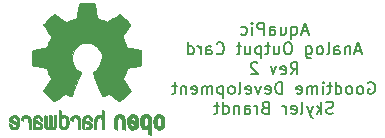
<source format=gbo>
G04 #@! TF.FileFunction,Legend,Bot*
%FSLAX46Y46*%
G04 Gerber Fmt 4.6, Leading zero omitted, Abs format (unit mm)*
G04 Created by KiCad (PCBNEW 4.0.7) date Sat Dec  2 17:24:25 2017*
%MOMM*%
%LPD*%
G01*
G04 APERTURE LIST*
%ADD10C,0.127000*%
%ADD11C,0.152400*%
%ADD12C,0.010000*%
%ADD13C,0.150000*%
G04 APERTURE END LIST*
D10*
D11*
X72656095Y28583467D02*
X72172286Y28583467D01*
X72752857Y28293181D02*
X72414190Y29309181D01*
X72075524Y28293181D01*
X71301429Y28970514D02*
X71301429Y27954514D01*
X71301429Y28341562D02*
X71398191Y28293181D01*
X71591714Y28293181D01*
X71688476Y28341562D01*
X71736857Y28389943D01*
X71785238Y28486705D01*
X71785238Y28776990D01*
X71736857Y28873752D01*
X71688476Y28922133D01*
X71591714Y28970514D01*
X71398191Y28970514D01*
X71301429Y28922133D01*
X70382191Y28970514D02*
X70382191Y28293181D01*
X70817619Y28970514D02*
X70817619Y28438324D01*
X70769238Y28341562D01*
X70672476Y28293181D01*
X70527334Y28293181D01*
X70430572Y28341562D01*
X70382191Y28389943D01*
X69462953Y28293181D02*
X69462953Y28825371D01*
X69511334Y28922133D01*
X69608096Y28970514D01*
X69801619Y28970514D01*
X69898381Y28922133D01*
X69462953Y28341562D02*
X69559715Y28293181D01*
X69801619Y28293181D01*
X69898381Y28341562D01*
X69946762Y28438324D01*
X69946762Y28535086D01*
X69898381Y28631848D01*
X69801619Y28680229D01*
X69559715Y28680229D01*
X69462953Y28728610D01*
X68979143Y28293181D02*
X68979143Y29309181D01*
X68592096Y29309181D01*
X68495334Y29260800D01*
X68446953Y29212419D01*
X68398572Y29115657D01*
X68398572Y28970514D01*
X68446953Y28873752D01*
X68495334Y28825371D01*
X68592096Y28776990D01*
X68979143Y28776990D01*
X67963143Y28293181D02*
X67963143Y28970514D01*
X67963143Y29309181D02*
X68011524Y29260800D01*
X67963143Y29212419D01*
X67914762Y29260800D01*
X67963143Y29309181D01*
X67963143Y29212419D01*
X67043905Y28341562D02*
X67140667Y28293181D01*
X67334190Y28293181D01*
X67430952Y28341562D01*
X67479333Y28389943D01*
X67527714Y28486705D01*
X67527714Y28776990D01*
X67479333Y28873752D01*
X67430952Y28922133D01*
X67334190Y28970514D01*
X67140667Y28970514D01*
X67043905Y28922133D01*
X77203903Y26907067D02*
X76720094Y26907067D01*
X77300665Y26616781D02*
X76961998Y27632781D01*
X76623332Y26616781D01*
X76284665Y27294114D02*
X76284665Y26616781D01*
X76284665Y27197352D02*
X76236284Y27245733D01*
X76139522Y27294114D01*
X75994380Y27294114D01*
X75897618Y27245733D01*
X75849237Y27148971D01*
X75849237Y26616781D01*
X74929999Y26616781D02*
X74929999Y27148971D01*
X74978380Y27245733D01*
X75075142Y27294114D01*
X75268665Y27294114D01*
X75365427Y27245733D01*
X74929999Y26665162D02*
X75026761Y26616781D01*
X75268665Y26616781D01*
X75365427Y26665162D01*
X75413808Y26761924D01*
X75413808Y26858686D01*
X75365427Y26955448D01*
X75268665Y27003829D01*
X75026761Y27003829D01*
X74929999Y27052210D01*
X74301046Y26616781D02*
X74397808Y26665162D01*
X74446189Y26761924D01*
X74446189Y27632781D01*
X73768856Y26616781D02*
X73865618Y26665162D01*
X73913999Y26713543D01*
X73962380Y26810305D01*
X73962380Y27100590D01*
X73913999Y27197352D01*
X73865618Y27245733D01*
X73768856Y27294114D01*
X73623714Y27294114D01*
X73526952Y27245733D01*
X73478571Y27197352D01*
X73430190Y27100590D01*
X73430190Y26810305D01*
X73478571Y26713543D01*
X73526952Y26665162D01*
X73623714Y26616781D01*
X73768856Y26616781D01*
X72559333Y27294114D02*
X72559333Y26471638D01*
X72607714Y26374876D01*
X72656095Y26326495D01*
X72752856Y26278114D01*
X72897999Y26278114D01*
X72994761Y26326495D01*
X72559333Y26665162D02*
X72656095Y26616781D01*
X72849618Y26616781D01*
X72946380Y26665162D01*
X72994761Y26713543D01*
X73043142Y26810305D01*
X73043142Y27100590D01*
X72994761Y27197352D01*
X72946380Y27245733D01*
X72849618Y27294114D01*
X72656095Y27294114D01*
X72559333Y27245733D01*
X71107904Y27632781D02*
X70914381Y27632781D01*
X70817619Y27584400D01*
X70720857Y27487638D01*
X70672476Y27294114D01*
X70672476Y26955448D01*
X70720857Y26761924D01*
X70817619Y26665162D01*
X70914381Y26616781D01*
X71107904Y26616781D01*
X71204666Y26665162D01*
X71301428Y26761924D01*
X71349809Y26955448D01*
X71349809Y27294114D01*
X71301428Y27487638D01*
X71204666Y27584400D01*
X71107904Y27632781D01*
X69801619Y27294114D02*
X69801619Y26616781D01*
X70237047Y27294114D02*
X70237047Y26761924D01*
X70188666Y26665162D01*
X70091904Y26616781D01*
X69946762Y26616781D01*
X69850000Y26665162D01*
X69801619Y26713543D01*
X69462952Y27294114D02*
X69075904Y27294114D01*
X69317809Y27632781D02*
X69317809Y26761924D01*
X69269428Y26665162D01*
X69172666Y26616781D01*
X69075904Y26616781D01*
X68737238Y27294114D02*
X68737238Y26278114D01*
X68737238Y27245733D02*
X68640476Y27294114D01*
X68446953Y27294114D01*
X68350191Y27245733D01*
X68301810Y27197352D01*
X68253429Y27100590D01*
X68253429Y26810305D01*
X68301810Y26713543D01*
X68350191Y26665162D01*
X68446953Y26616781D01*
X68640476Y26616781D01*
X68737238Y26665162D01*
X67382572Y27294114D02*
X67382572Y26616781D01*
X67818000Y27294114D02*
X67818000Y26761924D01*
X67769619Y26665162D01*
X67672857Y26616781D01*
X67527715Y26616781D01*
X67430953Y26665162D01*
X67382572Y26713543D01*
X67043905Y27294114D02*
X66656857Y27294114D01*
X66898762Y27632781D02*
X66898762Y26761924D01*
X66850381Y26665162D01*
X66753619Y26616781D01*
X66656857Y26616781D01*
X64963525Y26713543D02*
X65011906Y26665162D01*
X65157049Y26616781D01*
X65253811Y26616781D01*
X65398953Y26665162D01*
X65495715Y26761924D01*
X65544096Y26858686D01*
X65592477Y27052210D01*
X65592477Y27197352D01*
X65544096Y27390876D01*
X65495715Y27487638D01*
X65398953Y27584400D01*
X65253811Y27632781D01*
X65157049Y27632781D01*
X65011906Y27584400D01*
X64963525Y27536019D01*
X64092668Y26616781D02*
X64092668Y27148971D01*
X64141049Y27245733D01*
X64237811Y27294114D01*
X64431334Y27294114D01*
X64528096Y27245733D01*
X64092668Y26665162D02*
X64189430Y26616781D01*
X64431334Y26616781D01*
X64528096Y26665162D01*
X64576477Y26761924D01*
X64576477Y26858686D01*
X64528096Y26955448D01*
X64431334Y27003829D01*
X64189430Y27003829D01*
X64092668Y27052210D01*
X63608858Y26616781D02*
X63608858Y27294114D01*
X63608858Y27100590D02*
X63560477Y27197352D01*
X63512096Y27245733D01*
X63415334Y27294114D01*
X63318573Y27294114D01*
X62544478Y26616781D02*
X62544478Y27632781D01*
X62544478Y26665162D02*
X62641240Y26616781D01*
X62834763Y26616781D01*
X62931525Y26665162D01*
X62979906Y26713543D01*
X63028287Y26810305D01*
X63028287Y27100590D01*
X62979906Y27197352D01*
X62931525Y27245733D01*
X62834763Y27294114D01*
X62641240Y27294114D01*
X62544478Y27245733D01*
X71228857Y24940381D02*
X71567523Y25424190D01*
X71809428Y24940381D02*
X71809428Y25956381D01*
X71422381Y25956381D01*
X71325619Y25908000D01*
X71277238Y25859619D01*
X71228857Y25762857D01*
X71228857Y25617714D01*
X71277238Y25520952D01*
X71325619Y25472571D01*
X71422381Y25424190D01*
X71809428Y25424190D01*
X70406381Y24988762D02*
X70503143Y24940381D01*
X70696666Y24940381D01*
X70793428Y24988762D01*
X70841809Y25085524D01*
X70841809Y25472571D01*
X70793428Y25569333D01*
X70696666Y25617714D01*
X70503143Y25617714D01*
X70406381Y25569333D01*
X70358000Y25472571D01*
X70358000Y25375810D01*
X70841809Y25279048D01*
X70019333Y25617714D02*
X69777428Y24940381D01*
X69535524Y25617714D01*
X68422762Y25859619D02*
X68374381Y25908000D01*
X68277619Y25956381D01*
X68035715Y25956381D01*
X67938953Y25908000D01*
X67890572Y25859619D01*
X67842191Y25762857D01*
X67842191Y25666095D01*
X67890572Y25520952D01*
X68471143Y24940381D01*
X67842191Y24940381D01*
X77808666Y24231600D02*
X77905428Y24279981D01*
X78050571Y24279981D01*
X78195713Y24231600D01*
X78292475Y24134838D01*
X78340856Y24038076D01*
X78389237Y23844552D01*
X78389237Y23699410D01*
X78340856Y23505886D01*
X78292475Y23409124D01*
X78195713Y23312362D01*
X78050571Y23263981D01*
X77953809Y23263981D01*
X77808666Y23312362D01*
X77760285Y23360743D01*
X77760285Y23699410D01*
X77953809Y23699410D01*
X77179713Y23263981D02*
X77276475Y23312362D01*
X77324856Y23360743D01*
X77373237Y23457505D01*
X77373237Y23747790D01*
X77324856Y23844552D01*
X77276475Y23892933D01*
X77179713Y23941314D01*
X77034571Y23941314D01*
X76937809Y23892933D01*
X76889428Y23844552D01*
X76841047Y23747790D01*
X76841047Y23457505D01*
X76889428Y23360743D01*
X76937809Y23312362D01*
X77034571Y23263981D01*
X77179713Y23263981D01*
X76260475Y23263981D02*
X76357237Y23312362D01*
X76405618Y23360743D01*
X76453999Y23457505D01*
X76453999Y23747790D01*
X76405618Y23844552D01*
X76357237Y23892933D01*
X76260475Y23941314D01*
X76115333Y23941314D01*
X76018571Y23892933D01*
X75970190Y23844552D01*
X75921809Y23747790D01*
X75921809Y23457505D01*
X75970190Y23360743D01*
X76018571Y23312362D01*
X76115333Y23263981D01*
X76260475Y23263981D01*
X75050952Y23263981D02*
X75050952Y24279981D01*
X75050952Y23312362D02*
X75147714Y23263981D01*
X75341237Y23263981D01*
X75437999Y23312362D01*
X75486380Y23360743D01*
X75534761Y23457505D01*
X75534761Y23747790D01*
X75486380Y23844552D01*
X75437999Y23892933D01*
X75341237Y23941314D01*
X75147714Y23941314D01*
X75050952Y23892933D01*
X74712285Y23941314D02*
X74325237Y23941314D01*
X74567142Y24279981D02*
X74567142Y23409124D01*
X74518761Y23312362D01*
X74421999Y23263981D01*
X74325237Y23263981D01*
X73986571Y23263981D02*
X73986571Y23941314D01*
X73986571Y24279981D02*
X74034952Y24231600D01*
X73986571Y24183219D01*
X73938190Y24231600D01*
X73986571Y24279981D01*
X73986571Y24183219D01*
X73502761Y23263981D02*
X73502761Y23941314D01*
X73502761Y23844552D02*
X73454380Y23892933D01*
X73357618Y23941314D01*
X73212476Y23941314D01*
X73115714Y23892933D01*
X73067333Y23796171D01*
X73067333Y23263981D01*
X73067333Y23796171D02*
X73018952Y23892933D01*
X72922190Y23941314D01*
X72777047Y23941314D01*
X72680285Y23892933D01*
X72631904Y23796171D01*
X72631904Y23263981D01*
X71761047Y23312362D02*
X71857809Y23263981D01*
X72051332Y23263981D01*
X72148094Y23312362D01*
X72196475Y23409124D01*
X72196475Y23796171D01*
X72148094Y23892933D01*
X72051332Y23941314D01*
X71857809Y23941314D01*
X71761047Y23892933D01*
X71712666Y23796171D01*
X71712666Y23699410D01*
X72196475Y23602648D01*
X70503142Y23263981D02*
X70503142Y24279981D01*
X70261237Y24279981D01*
X70116095Y24231600D01*
X70019333Y24134838D01*
X69970952Y24038076D01*
X69922571Y23844552D01*
X69922571Y23699410D01*
X69970952Y23505886D01*
X70019333Y23409124D01*
X70116095Y23312362D01*
X70261237Y23263981D01*
X70503142Y23263981D01*
X69100095Y23312362D02*
X69196857Y23263981D01*
X69390380Y23263981D01*
X69487142Y23312362D01*
X69535523Y23409124D01*
X69535523Y23796171D01*
X69487142Y23892933D01*
X69390380Y23941314D01*
X69196857Y23941314D01*
X69100095Y23892933D01*
X69051714Y23796171D01*
X69051714Y23699410D01*
X69535523Y23602648D01*
X68713047Y23941314D02*
X68471142Y23263981D01*
X68229238Y23941314D01*
X67455143Y23312362D02*
X67551905Y23263981D01*
X67745428Y23263981D01*
X67842190Y23312362D01*
X67890571Y23409124D01*
X67890571Y23796171D01*
X67842190Y23892933D01*
X67745428Y23941314D01*
X67551905Y23941314D01*
X67455143Y23892933D01*
X67406762Y23796171D01*
X67406762Y23699410D01*
X67890571Y23602648D01*
X66826190Y23263981D02*
X66922952Y23312362D01*
X66971333Y23409124D01*
X66971333Y24279981D01*
X66294000Y23263981D02*
X66390762Y23312362D01*
X66439143Y23360743D01*
X66487524Y23457505D01*
X66487524Y23747790D01*
X66439143Y23844552D01*
X66390762Y23892933D01*
X66294000Y23941314D01*
X66148858Y23941314D01*
X66052096Y23892933D01*
X66003715Y23844552D01*
X65955334Y23747790D01*
X65955334Y23457505D01*
X66003715Y23360743D01*
X66052096Y23312362D01*
X66148858Y23263981D01*
X66294000Y23263981D01*
X65519905Y23941314D02*
X65519905Y22925314D01*
X65519905Y23892933D02*
X65423143Y23941314D01*
X65229620Y23941314D01*
X65132858Y23892933D01*
X65084477Y23844552D01*
X65036096Y23747790D01*
X65036096Y23457505D01*
X65084477Y23360743D01*
X65132858Y23312362D01*
X65229620Y23263981D01*
X65423143Y23263981D01*
X65519905Y23312362D01*
X64600667Y23263981D02*
X64600667Y23941314D01*
X64600667Y23844552D02*
X64552286Y23892933D01*
X64455524Y23941314D01*
X64310382Y23941314D01*
X64213620Y23892933D01*
X64165239Y23796171D01*
X64165239Y23263981D01*
X64165239Y23796171D02*
X64116858Y23892933D01*
X64020096Y23941314D01*
X63874953Y23941314D01*
X63778191Y23892933D01*
X63729810Y23796171D01*
X63729810Y23263981D01*
X62858953Y23312362D02*
X62955715Y23263981D01*
X63149238Y23263981D01*
X63246000Y23312362D01*
X63294381Y23409124D01*
X63294381Y23796171D01*
X63246000Y23892933D01*
X63149238Y23941314D01*
X62955715Y23941314D01*
X62858953Y23892933D01*
X62810572Y23796171D01*
X62810572Y23699410D01*
X63294381Y23602648D01*
X62375143Y23941314D02*
X62375143Y23263981D01*
X62375143Y23844552D02*
X62326762Y23892933D01*
X62230000Y23941314D01*
X62084858Y23941314D01*
X61988096Y23892933D01*
X61939715Y23796171D01*
X61939715Y23263981D01*
X61601048Y23941314D02*
X61214000Y23941314D01*
X61455905Y24279981D02*
X61455905Y23409124D01*
X61407524Y23312362D01*
X61310762Y23263981D01*
X61214000Y23263981D01*
X74833236Y21635962D02*
X74688093Y21587581D01*
X74446189Y21587581D01*
X74349427Y21635962D01*
X74301046Y21684343D01*
X74252665Y21781105D01*
X74252665Y21877867D01*
X74301046Y21974629D01*
X74349427Y22023010D01*
X74446189Y22071390D01*
X74639712Y22119771D01*
X74736474Y22168152D01*
X74784855Y22216533D01*
X74833236Y22313295D01*
X74833236Y22410057D01*
X74784855Y22506819D01*
X74736474Y22555200D01*
X74639712Y22603581D01*
X74397808Y22603581D01*
X74252665Y22555200D01*
X73817236Y21587581D02*
X73817236Y22603581D01*
X73720474Y21974629D02*
X73430189Y21587581D01*
X73430189Y22264914D02*
X73817236Y21877867D01*
X73091522Y22264914D02*
X72849617Y21587581D01*
X72607713Y22264914D02*
X72849617Y21587581D01*
X72946379Y21345676D01*
X72994760Y21297295D01*
X73091522Y21248914D01*
X72075522Y21587581D02*
X72172284Y21635962D01*
X72220665Y21732724D01*
X72220665Y22603581D01*
X71301428Y21635962D02*
X71398190Y21587581D01*
X71591713Y21587581D01*
X71688475Y21635962D01*
X71736856Y21732724D01*
X71736856Y22119771D01*
X71688475Y22216533D01*
X71591713Y22264914D01*
X71398190Y22264914D01*
X71301428Y22216533D01*
X71253047Y22119771D01*
X71253047Y22023010D01*
X71736856Y21926248D01*
X70817618Y21587581D02*
X70817618Y22264914D01*
X70817618Y22071390D02*
X70769237Y22168152D01*
X70720856Y22216533D01*
X70624094Y22264914D01*
X70527333Y22264914D01*
X69075905Y22119771D02*
X68930762Y22071390D01*
X68882381Y22023010D01*
X68834000Y21926248D01*
X68834000Y21781105D01*
X68882381Y21684343D01*
X68930762Y21635962D01*
X69027524Y21587581D01*
X69414571Y21587581D01*
X69414571Y22603581D01*
X69075905Y22603581D01*
X68979143Y22555200D01*
X68930762Y22506819D01*
X68882381Y22410057D01*
X68882381Y22313295D01*
X68930762Y22216533D01*
X68979143Y22168152D01*
X69075905Y22119771D01*
X69414571Y22119771D01*
X68398571Y21587581D02*
X68398571Y22264914D01*
X68398571Y22071390D02*
X68350190Y22168152D01*
X68301809Y22216533D01*
X68205047Y22264914D01*
X68108286Y22264914D01*
X67334191Y21587581D02*
X67334191Y22119771D01*
X67382572Y22216533D01*
X67479334Y22264914D01*
X67672857Y22264914D01*
X67769619Y22216533D01*
X67334191Y21635962D02*
X67430953Y21587581D01*
X67672857Y21587581D01*
X67769619Y21635962D01*
X67818000Y21732724D01*
X67818000Y21829486D01*
X67769619Y21926248D01*
X67672857Y21974629D01*
X67430953Y21974629D01*
X67334191Y22023010D01*
X66850381Y22264914D02*
X66850381Y21587581D01*
X66850381Y22168152D02*
X66802000Y22216533D01*
X66705238Y22264914D01*
X66560096Y22264914D01*
X66463334Y22216533D01*
X66414953Y22119771D01*
X66414953Y21587581D01*
X65495715Y21587581D02*
X65495715Y22603581D01*
X65495715Y21635962D02*
X65592477Y21587581D01*
X65786000Y21587581D01*
X65882762Y21635962D01*
X65931143Y21684343D01*
X65979524Y21781105D01*
X65979524Y22071390D01*
X65931143Y22168152D01*
X65882762Y22216533D01*
X65786000Y22264914D01*
X65592477Y22264914D01*
X65495715Y22216533D01*
X65157048Y22264914D02*
X64770000Y22264914D01*
X65011905Y22603581D02*
X65011905Y21732724D01*
X64963524Y21635962D01*
X64866762Y21587581D01*
X64770000Y21587581D01*
D12*
G36*
X58803100Y21538097D02*
X58691550Y21482478D01*
X58593092Y21380069D01*
X58565977Y21342136D01*
X58536438Y21292500D01*
X58517272Y21238588D01*
X58506307Y21166636D01*
X58501371Y21062878D01*
X58500287Y20925899D01*
X58505182Y20738185D01*
X58522196Y20597242D01*
X58554823Y20492092D01*
X58606558Y20411757D01*
X58680896Y20345259D01*
X58686358Y20341322D01*
X58759620Y20301047D01*
X58847840Y20281120D01*
X58960038Y20276207D01*
X59142433Y20276207D01*
X59142509Y20099143D01*
X59144207Y20000530D01*
X59154550Y19942686D01*
X59181578Y19907994D01*
X59233332Y19878836D01*
X59245761Y19872879D01*
X59303923Y19844961D01*
X59348956Y19827328D01*
X59382441Y19825806D01*
X59405962Y19846219D01*
X59421100Y19894393D01*
X59429437Y19976154D01*
X59432556Y20097328D01*
X59432040Y20263740D01*
X59429471Y20481215D01*
X59428668Y20546264D01*
X59425778Y20770498D01*
X59423188Y20917179D01*
X59142586Y20917179D01*
X59141009Y20792674D01*
X59134000Y20711213D01*
X59118142Y20657485D01*
X59090019Y20616177D01*
X59070925Y20596029D01*
X58992865Y20537079D01*
X58923753Y20532280D01*
X58852440Y20580962D01*
X58850632Y20582759D01*
X58821617Y20620382D01*
X58803967Y20671516D01*
X58795064Y20750262D01*
X58792291Y20870724D01*
X58792241Y20897412D01*
X58798942Y21063417D01*
X58820752Y21178495D01*
X58860235Y21248746D01*
X58919956Y21280271D01*
X58954472Y21283448D01*
X59036389Y21268540D01*
X59092579Y21219452D01*
X59126402Y21129638D01*
X59141220Y20992555D01*
X59142586Y20917179D01*
X59423188Y20917179D01*
X59422713Y20944048D01*
X59418753Y21074618D01*
X59413174Y21169913D01*
X59405254Y21237636D01*
X59394269Y21285493D01*
X59379499Y21321187D01*
X59360218Y21352422D01*
X59351951Y21364176D01*
X59242288Y21475203D01*
X59103635Y21538153D01*
X58943246Y21555703D01*
X58803100Y21538097D01*
X58803100Y21538097D01*
G37*
X58803100Y21538097D02*
X58691550Y21482478D01*
X58593092Y21380069D01*
X58565977Y21342136D01*
X58536438Y21292500D01*
X58517272Y21238588D01*
X58506307Y21166636D01*
X58501371Y21062878D01*
X58500287Y20925899D01*
X58505182Y20738185D01*
X58522196Y20597242D01*
X58554823Y20492092D01*
X58606558Y20411757D01*
X58680896Y20345259D01*
X58686358Y20341322D01*
X58759620Y20301047D01*
X58847840Y20281120D01*
X58960038Y20276207D01*
X59142433Y20276207D01*
X59142509Y20099143D01*
X59144207Y20000530D01*
X59154550Y19942686D01*
X59181578Y19907994D01*
X59233332Y19878836D01*
X59245761Y19872879D01*
X59303923Y19844961D01*
X59348956Y19827328D01*
X59382441Y19825806D01*
X59405962Y19846219D01*
X59421100Y19894393D01*
X59429437Y19976154D01*
X59432556Y20097328D01*
X59432040Y20263740D01*
X59429471Y20481215D01*
X59428668Y20546264D01*
X59425778Y20770498D01*
X59423188Y20917179D01*
X59142586Y20917179D01*
X59141009Y20792674D01*
X59134000Y20711213D01*
X59118142Y20657485D01*
X59090019Y20616177D01*
X59070925Y20596029D01*
X58992865Y20537079D01*
X58923753Y20532280D01*
X58852440Y20580962D01*
X58850632Y20582759D01*
X58821617Y20620382D01*
X58803967Y20671516D01*
X58795064Y20750262D01*
X58792291Y20870724D01*
X58792241Y20897412D01*
X58798942Y21063417D01*
X58820752Y21178495D01*
X58860235Y21248746D01*
X58919956Y21280271D01*
X58954472Y21283448D01*
X59036389Y21268540D01*
X59092579Y21219452D01*
X59126402Y21129638D01*
X59141220Y20992555D01*
X59142586Y20917179D01*
X59423188Y20917179D01*
X59422713Y20944048D01*
X59418753Y21074618D01*
X59413174Y21169913D01*
X59405254Y21237636D01*
X59394269Y21285493D01*
X59379499Y21321187D01*
X59360218Y21352422D01*
X59351951Y21364176D01*
X59242288Y21475203D01*
X59103635Y21538153D01*
X58943246Y21555703D01*
X58803100Y21538097D01*
G36*
X56557571Y21522281D02*
X56463877Y21468086D01*
X56398736Y21414293D01*
X56351093Y21357934D01*
X56318272Y21289013D01*
X56297594Y21197532D01*
X56286380Y21073494D01*
X56281951Y20906902D01*
X56281437Y20787149D01*
X56281437Y20346341D01*
X56405517Y20290717D01*
X56529598Y20235093D01*
X56544195Y20717905D01*
X56550227Y20898221D01*
X56556555Y21029099D01*
X56564394Y21119489D01*
X56574963Y21178336D01*
X56589477Y21214587D01*
X56609152Y21237190D01*
X56615465Y21242083D01*
X56711112Y21280294D01*
X56807793Y21265173D01*
X56865345Y21225057D01*
X56888755Y21196630D01*
X56904961Y21159328D01*
X56915259Y21102777D01*
X56920951Y21016606D01*
X56923336Y20890442D01*
X56923736Y20758958D01*
X56923814Y20594001D01*
X56926639Y20477239D01*
X56936093Y20398490D01*
X56956060Y20347569D01*
X56990424Y20314294D01*
X57043068Y20288480D01*
X57113383Y20261656D01*
X57190180Y20232458D01*
X57181038Y20750654D01*
X57177357Y20937461D01*
X57173050Y21075510D01*
X57166877Y21174432D01*
X57157598Y21243855D01*
X57143973Y21293410D01*
X57124761Y21332727D01*
X57101598Y21367416D01*
X56989848Y21478230D01*
X56853487Y21542311D01*
X56705175Y21557661D01*
X56557571Y21522281D01*
X56557571Y21522281D01*
G37*
X56557571Y21522281D02*
X56463877Y21468086D01*
X56398736Y21414293D01*
X56351093Y21357934D01*
X56318272Y21289013D01*
X56297594Y21197532D01*
X56286380Y21073494D01*
X56281951Y20906902D01*
X56281437Y20787149D01*
X56281437Y20346341D01*
X56405517Y20290717D01*
X56529598Y20235093D01*
X56544195Y20717905D01*
X56550227Y20898221D01*
X56556555Y21029099D01*
X56564394Y21119489D01*
X56574963Y21178336D01*
X56589477Y21214587D01*
X56609152Y21237190D01*
X56615465Y21242083D01*
X56711112Y21280294D01*
X56807793Y21265173D01*
X56865345Y21225057D01*
X56888755Y21196630D01*
X56904961Y21159328D01*
X56915259Y21102777D01*
X56920951Y21016606D01*
X56923336Y20890442D01*
X56923736Y20758958D01*
X56923814Y20594001D01*
X56926639Y20477239D01*
X56936093Y20398490D01*
X56956060Y20347569D01*
X56990424Y20314294D01*
X57043068Y20288480D01*
X57113383Y20261656D01*
X57190180Y20232458D01*
X57181038Y20750654D01*
X57177357Y20937461D01*
X57173050Y21075510D01*
X57166877Y21174432D01*
X57157598Y21243855D01*
X57143973Y21293410D01*
X57124761Y21332727D01*
X57101598Y21367416D01*
X56989848Y21478230D01*
X56853487Y21542311D01*
X56705175Y21557661D01*
X56557571Y21522281D01*
G36*
X59926779Y21533985D02*
X59789939Y21462032D01*
X59688949Y21346234D01*
X59653075Y21271787D01*
X59625161Y21160008D01*
X59610871Y21018773D01*
X59609516Y20864629D01*
X59620405Y20714121D01*
X59642847Y20583795D01*
X59676150Y20490197D01*
X59686385Y20474078D01*
X59807618Y20353751D01*
X59951613Y20281683D01*
X60107861Y20260592D01*
X60265852Y20293198D01*
X60309820Y20312747D01*
X60395444Y20372988D01*
X60470592Y20452865D01*
X60477694Y20462996D01*
X60506561Y20511819D01*
X60525643Y20564010D01*
X60536916Y20632715D01*
X60542355Y20731082D01*
X60543938Y20872256D01*
X60543965Y20903908D01*
X60543893Y20913981D01*
X60252011Y20913981D01*
X60250313Y20780744D01*
X60243628Y20692326D01*
X60229575Y20635215D01*
X60205771Y20595898D01*
X60193621Y20582759D01*
X60123764Y20532828D01*
X60055941Y20535105D01*
X59987365Y20578416D01*
X59946465Y20624654D01*
X59922242Y20692143D01*
X59908639Y20798567D01*
X59907706Y20810980D01*
X59905384Y21003853D01*
X59929650Y21147100D01*
X59980176Y21239840D01*
X60056632Y21281193D01*
X60083924Y21283448D01*
X60155589Y21272107D01*
X60204610Y21232816D01*
X60234582Y21157674D01*
X60249101Y21038778D01*
X60252011Y20913981D01*
X60543893Y20913981D01*
X60542878Y21054341D01*
X60538312Y21159451D01*
X60528312Y21232286D01*
X60510921Y21285892D01*
X60484184Y21333319D01*
X60478276Y21342136D01*
X60378968Y21460993D01*
X60270758Y21529992D01*
X60139019Y21557381D01*
X60094283Y21558719D01*
X59926779Y21533985D01*
X59926779Y21533985D01*
G37*
X59926779Y21533985D02*
X59789939Y21462032D01*
X59688949Y21346234D01*
X59653075Y21271787D01*
X59625161Y21160008D01*
X59610871Y21018773D01*
X59609516Y20864629D01*
X59620405Y20714121D01*
X59642847Y20583795D01*
X59676150Y20490197D01*
X59686385Y20474078D01*
X59807618Y20353751D01*
X59951613Y20281683D01*
X60107861Y20260592D01*
X60265852Y20293198D01*
X60309820Y20312747D01*
X60395444Y20372988D01*
X60470592Y20452865D01*
X60477694Y20462996D01*
X60506561Y20511819D01*
X60525643Y20564010D01*
X60536916Y20632715D01*
X60542355Y20731082D01*
X60543938Y20872256D01*
X60543965Y20903908D01*
X60543893Y20913981D01*
X60252011Y20913981D01*
X60250313Y20780744D01*
X60243628Y20692326D01*
X60229575Y20635215D01*
X60205771Y20595898D01*
X60193621Y20582759D01*
X60123764Y20532828D01*
X60055941Y20535105D01*
X59987365Y20578416D01*
X59946465Y20624654D01*
X59922242Y20692143D01*
X59908639Y20798567D01*
X59907706Y20810980D01*
X59905384Y21003853D01*
X59929650Y21147100D01*
X59980176Y21239840D01*
X60056632Y21281193D01*
X60083924Y21283448D01*
X60155589Y21272107D01*
X60204610Y21232816D01*
X60234582Y21157674D01*
X60249101Y21038778D01*
X60252011Y20913981D01*
X60543893Y20913981D01*
X60542878Y21054341D01*
X60538312Y21159451D01*
X60528312Y21232286D01*
X60510921Y21285892D01*
X60484184Y21333319D01*
X60478276Y21342136D01*
X60378968Y21460993D01*
X60270758Y21529992D01*
X60139019Y21557381D01*
X60094283Y21558719D01*
X59926779Y21533985D01*
G36*
X57659448Y21515324D02*
X57544342Y21437889D01*
X57455389Y21326051D01*
X57402251Y21183735D01*
X57391503Y21078985D01*
X57392724Y21035274D01*
X57402944Y21001806D01*
X57431039Y20971821D01*
X57485884Y20938560D01*
X57576355Y20895262D01*
X57711328Y20835167D01*
X57712011Y20834866D01*
X57836249Y20777963D01*
X57938127Y20727435D01*
X58007233Y20688720D01*
X58033154Y20667260D01*
X58033161Y20667087D01*
X58010315Y20620356D01*
X57956891Y20568846D01*
X57895558Y20531739D01*
X57864485Y20524368D01*
X57779711Y20549862D01*
X57706707Y20613709D01*
X57671087Y20683906D01*
X57636820Y20735657D01*
X57569697Y20794591D01*
X57490792Y20845504D01*
X57421179Y20873191D01*
X57406623Y20874713D01*
X57390237Y20849679D01*
X57389250Y20785689D01*
X57401292Y20699407D01*
X57423993Y20607499D01*
X57454986Y20526631D01*
X57456552Y20523491D01*
X57549819Y20393266D01*
X57670696Y20304689D01*
X57807973Y20261214D01*
X57950440Y20266294D01*
X58086888Y20323384D01*
X58092955Y20327398D01*
X58200290Y20424674D01*
X58270868Y20551591D01*
X58309926Y20718474D01*
X58315168Y20765361D01*
X58324452Y20986671D01*
X58313322Y21089876D01*
X58033161Y21089876D01*
X58029521Y21025497D01*
X58009611Y21006709D01*
X57959974Y21020765D01*
X57881733Y21053991D01*
X57794274Y21095641D01*
X57792101Y21096744D01*
X57717970Y21135735D01*
X57688219Y21161756D01*
X57695555Y21189035D01*
X57726447Y21224879D01*
X57805040Y21276749D01*
X57889677Y21280561D01*
X57965597Y21242811D01*
X58018035Y21169999D01*
X58033161Y21089876D01*
X58313322Y21089876D01*
X58305356Y21163739D01*
X58256366Y21304171D01*
X58188164Y21402553D01*
X58065065Y21501970D01*
X57929472Y21551289D01*
X57791045Y21554432D01*
X57659448Y21515324D01*
X57659448Y21515324D01*
G37*
X57659448Y21515324D02*
X57544342Y21437889D01*
X57455389Y21326051D01*
X57402251Y21183735D01*
X57391503Y21078985D01*
X57392724Y21035274D01*
X57402944Y21001806D01*
X57431039Y20971821D01*
X57485884Y20938560D01*
X57576355Y20895262D01*
X57711328Y20835167D01*
X57712011Y20834866D01*
X57836249Y20777963D01*
X57938127Y20727435D01*
X58007233Y20688720D01*
X58033154Y20667260D01*
X58033161Y20667087D01*
X58010315Y20620356D01*
X57956891Y20568846D01*
X57895558Y20531739D01*
X57864485Y20524368D01*
X57779711Y20549862D01*
X57706707Y20613709D01*
X57671087Y20683906D01*
X57636820Y20735657D01*
X57569697Y20794591D01*
X57490792Y20845504D01*
X57421179Y20873191D01*
X57406623Y20874713D01*
X57390237Y20849679D01*
X57389250Y20785689D01*
X57401292Y20699407D01*
X57423993Y20607499D01*
X57454986Y20526631D01*
X57456552Y20523491D01*
X57549819Y20393266D01*
X57670696Y20304689D01*
X57807973Y20261214D01*
X57950440Y20266294D01*
X58086888Y20323384D01*
X58092955Y20327398D01*
X58200290Y20424674D01*
X58270868Y20551591D01*
X58309926Y20718474D01*
X58315168Y20765361D01*
X58324452Y20986671D01*
X58313322Y21089876D01*
X58033161Y21089876D01*
X58029521Y21025497D01*
X58009611Y21006709D01*
X57959974Y21020765D01*
X57881733Y21053991D01*
X57794274Y21095641D01*
X57792101Y21096744D01*
X57717970Y21135735D01*
X57688219Y21161756D01*
X57695555Y21189035D01*
X57726447Y21224879D01*
X57805040Y21276749D01*
X57889677Y21280561D01*
X57965597Y21242811D01*
X58018035Y21169999D01*
X58033161Y21089876D01*
X58313322Y21089876D01*
X58305356Y21163739D01*
X58256366Y21304171D01*
X58188164Y21402553D01*
X58065065Y21501970D01*
X57929472Y21551289D01*
X57791045Y21554432D01*
X57659448Y21515324D01*
G36*
X55230402Y21676143D02*
X55221846Y21556812D01*
X55212019Y21486494D01*
X55198401Y21455821D01*
X55178473Y21455429D01*
X55172011Y21459090D01*
X55086060Y21485602D01*
X54974255Y21484054D01*
X54860586Y21456801D01*
X54789490Y21421545D01*
X54716595Y21365222D01*
X54663307Y21301481D01*
X54626725Y21220490D01*
X54603950Y21112414D01*
X54592081Y20967420D01*
X54588218Y20775674D01*
X54588149Y20738891D01*
X54588103Y20325712D01*
X54680046Y20293661D01*
X54745348Y20271856D01*
X54781176Y20261703D01*
X54782230Y20261609D01*
X54785758Y20289140D01*
X54788761Y20365077D01*
X54791010Y20479435D01*
X54792276Y20622231D01*
X54792471Y20709049D01*
X54792877Y20880227D01*
X54794968Y21002912D01*
X54800053Y21087000D01*
X54809440Y21142386D01*
X54824439Y21178968D01*
X54846358Y21206641D01*
X54860043Y21219968D01*
X54954051Y21273672D01*
X55056636Y21277693D01*
X55149710Y21232275D01*
X55166922Y21215877D01*
X55192168Y21185043D01*
X55209680Y21148469D01*
X55220858Y21095585D01*
X55227104Y21015823D01*
X55229818Y20898615D01*
X55230402Y20737009D01*
X55230402Y20325712D01*
X55322345Y20293661D01*
X55387647Y20271856D01*
X55423475Y20261703D01*
X55424529Y20261609D01*
X55427225Y20289552D01*
X55429655Y20368370D01*
X55431722Y20490547D01*
X55433329Y20648568D01*
X55434377Y20834917D01*
X55434769Y21042080D01*
X55434770Y21051294D01*
X55434770Y21840980D01*
X55339885Y21881003D01*
X55245000Y21921027D01*
X55230402Y21676143D01*
X55230402Y21676143D01*
G37*
X55230402Y21676143D02*
X55221846Y21556812D01*
X55212019Y21486494D01*
X55198401Y21455821D01*
X55178473Y21455429D01*
X55172011Y21459090D01*
X55086060Y21485602D01*
X54974255Y21484054D01*
X54860586Y21456801D01*
X54789490Y21421545D01*
X54716595Y21365222D01*
X54663307Y21301481D01*
X54626725Y21220490D01*
X54603950Y21112414D01*
X54592081Y20967420D01*
X54588218Y20775674D01*
X54588149Y20738891D01*
X54588103Y20325712D01*
X54680046Y20293661D01*
X54745348Y20271856D01*
X54781176Y20261703D01*
X54782230Y20261609D01*
X54785758Y20289140D01*
X54788761Y20365077D01*
X54791010Y20479435D01*
X54792276Y20622231D01*
X54792471Y20709049D01*
X54792877Y20880227D01*
X54794968Y21002912D01*
X54800053Y21087000D01*
X54809440Y21142386D01*
X54824439Y21178968D01*
X54846358Y21206641D01*
X54860043Y21219968D01*
X54954051Y21273672D01*
X55056636Y21277693D01*
X55149710Y21232275D01*
X55166922Y21215877D01*
X55192168Y21185043D01*
X55209680Y21148469D01*
X55220858Y21095585D01*
X55227104Y21015823D01*
X55229818Y20898615D01*
X55230402Y20737009D01*
X55230402Y20325712D01*
X55322345Y20293661D01*
X55387647Y20271856D01*
X55423475Y20261703D01*
X55424529Y20261609D01*
X55427225Y20289552D01*
X55429655Y20368370D01*
X55431722Y20490547D01*
X55433329Y20648568D01*
X55434377Y20834917D01*
X55434769Y21042080D01*
X55434770Y21051294D01*
X55434770Y21840980D01*
X55339885Y21881003D01*
X55245000Y21921027D01*
X55230402Y21676143D01*
G36*
X53895056Y21475640D02*
X53780657Y21433158D01*
X53779348Y21432342D01*
X53708597Y21380270D01*
X53656364Y21319416D01*
X53619629Y21240113D01*
X53595366Y21132691D01*
X53580555Y20987483D01*
X53572171Y20794821D01*
X53571436Y20767372D01*
X53560880Y20353479D01*
X53649709Y20307544D01*
X53713982Y20276502D01*
X53752790Y20261794D01*
X53754585Y20261609D01*
X53761300Y20288750D01*
X53766635Y20361959D01*
X53769917Y20468919D01*
X53770632Y20555531D01*
X53770649Y20695838D01*
X53777063Y20783949D01*
X53799420Y20825975D01*
X53847268Y20828025D01*
X53930151Y20796210D01*
X54055287Y20737728D01*
X54147303Y20689155D01*
X54194629Y20647014D01*
X54208542Y20601084D01*
X54208563Y20598811D01*
X54185605Y20519689D01*
X54117630Y20476945D01*
X54013602Y20470754D01*
X53938670Y20471828D01*
X53899161Y20450247D01*
X53874522Y20398409D01*
X53860341Y20332368D01*
X53880777Y20294896D01*
X53888472Y20289533D01*
X53960917Y20267994D01*
X54062367Y20264945D01*
X54166843Y20279222D01*
X54240875Y20305312D01*
X54343228Y20392215D01*
X54401409Y20513184D01*
X54412931Y20607692D01*
X54404138Y20692938D01*
X54372320Y20762524D01*
X54309316Y20824328D01*
X54206969Y20886228D01*
X54057118Y20956103D01*
X54047988Y20960052D01*
X53913003Y21022412D01*
X53829706Y21073554D01*
X53794003Y21119512D01*
X53801797Y21166317D01*
X53848993Y21220002D01*
X53863106Y21232356D01*
X53957641Y21280259D01*
X54055594Y21278242D01*
X54140903Y21231276D01*
X54197504Y21144331D01*
X54202763Y21127266D01*
X54253977Y21044496D01*
X54318963Y21004628D01*
X54412931Y20965118D01*
X54412931Y21067342D01*
X54384347Y21215928D01*
X54299505Y21352216D01*
X54255355Y21397809D01*
X54154995Y21456326D01*
X54027365Y21482816D01*
X53895056Y21475640D01*
X53895056Y21475640D01*
G37*
X53895056Y21475640D02*
X53780657Y21433158D01*
X53779348Y21432342D01*
X53708597Y21380270D01*
X53656364Y21319416D01*
X53619629Y21240113D01*
X53595366Y21132691D01*
X53580555Y20987483D01*
X53572171Y20794821D01*
X53571436Y20767372D01*
X53560880Y20353479D01*
X53649709Y20307544D01*
X53713982Y20276502D01*
X53752790Y20261794D01*
X53754585Y20261609D01*
X53761300Y20288750D01*
X53766635Y20361959D01*
X53769917Y20468919D01*
X53770632Y20555531D01*
X53770649Y20695838D01*
X53777063Y20783949D01*
X53799420Y20825975D01*
X53847268Y20828025D01*
X53930151Y20796210D01*
X54055287Y20737728D01*
X54147303Y20689155D01*
X54194629Y20647014D01*
X54208542Y20601084D01*
X54208563Y20598811D01*
X54185605Y20519689D01*
X54117630Y20476945D01*
X54013602Y20470754D01*
X53938670Y20471828D01*
X53899161Y20450247D01*
X53874522Y20398409D01*
X53860341Y20332368D01*
X53880777Y20294896D01*
X53888472Y20289533D01*
X53960917Y20267994D01*
X54062367Y20264945D01*
X54166843Y20279222D01*
X54240875Y20305312D01*
X54343228Y20392215D01*
X54401409Y20513184D01*
X54412931Y20607692D01*
X54404138Y20692938D01*
X54372320Y20762524D01*
X54309316Y20824328D01*
X54206969Y20886228D01*
X54057118Y20956103D01*
X54047988Y20960052D01*
X53913003Y21022412D01*
X53829706Y21073554D01*
X53794003Y21119512D01*
X53801797Y21166317D01*
X53848993Y21220002D01*
X53863106Y21232356D01*
X53957641Y21280259D01*
X54055594Y21278242D01*
X54140903Y21231276D01*
X54197504Y21144331D01*
X54202763Y21127266D01*
X54253977Y21044496D01*
X54318963Y21004628D01*
X54412931Y20965118D01*
X54412931Y21067342D01*
X54384347Y21215928D01*
X54299505Y21352216D01*
X54255355Y21397809D01*
X54154995Y21456326D01*
X54027365Y21482816D01*
X53895056Y21475640D01*
G36*
X52909057Y21478080D02*
X52776435Y21429141D01*
X52668990Y21342581D01*
X52626968Y21281648D01*
X52581157Y21169839D01*
X52582109Y21088994D01*
X52630192Y21034622D01*
X52647983Y21025376D01*
X52724796Y20996550D01*
X52764024Y21003935D01*
X52777311Y21052342D01*
X52777988Y21079080D01*
X52802314Y21177452D01*
X52865719Y21246266D01*
X52953846Y21279502D01*
X53052337Y21271139D01*
X53132398Y21227704D01*
X53159439Y21202928D01*
X53178606Y21172871D01*
X53191554Y21127435D01*
X53199936Y21056524D01*
X53205407Y20950040D01*
X53209622Y20797888D01*
X53210713Y20749713D01*
X53214693Y20584905D01*
X53219219Y20468912D01*
X53226005Y20392167D01*
X53236769Y20345107D01*
X53253227Y20318165D01*
X53277094Y20301777D01*
X53292374Y20294537D01*
X53357267Y20269780D01*
X53395466Y20261609D01*
X53408088Y20288897D01*
X53415792Y20371397D01*
X53418620Y20510059D01*
X53416614Y20705838D01*
X53415989Y20736035D01*
X53411579Y20914651D01*
X53406365Y21045077D01*
X53398945Y21137508D01*
X53387918Y21202142D01*
X53371883Y21249175D01*
X53349439Y21288804D01*
X53337698Y21305785D01*
X53270381Y21380920D01*
X53195090Y21439362D01*
X53185872Y21444464D01*
X53050867Y21484740D01*
X52909057Y21478080D01*
X52909057Y21478080D01*
G37*
X52909057Y21478080D02*
X52776435Y21429141D01*
X52668990Y21342581D01*
X52626968Y21281648D01*
X52581157Y21169839D01*
X52582109Y21088994D01*
X52630192Y21034622D01*
X52647983Y21025376D01*
X52724796Y20996550D01*
X52764024Y21003935D01*
X52777311Y21052342D01*
X52777988Y21079080D01*
X52802314Y21177452D01*
X52865719Y21246266D01*
X52953846Y21279502D01*
X53052337Y21271139D01*
X53132398Y21227704D01*
X53159439Y21202928D01*
X53178606Y21172871D01*
X53191554Y21127435D01*
X53199936Y21056524D01*
X53205407Y20950040D01*
X53209622Y20797888D01*
X53210713Y20749713D01*
X53214693Y20584905D01*
X53219219Y20468912D01*
X53226005Y20392167D01*
X53236769Y20345107D01*
X53253227Y20318165D01*
X53277094Y20301777D01*
X53292374Y20294537D01*
X53357267Y20269780D01*
X53395466Y20261609D01*
X53408088Y20288897D01*
X53415792Y20371397D01*
X53418620Y20510059D01*
X53416614Y20705838D01*
X53415989Y20736035D01*
X53411579Y20914651D01*
X53406365Y21045077D01*
X53398945Y21137508D01*
X53387918Y21202142D01*
X53371883Y21249175D01*
X53349439Y21288804D01*
X53337698Y21305785D01*
X53270381Y21380920D01*
X53195090Y21439362D01*
X53185872Y21444464D01*
X53050867Y21484740D01*
X52909057Y21478080D01*
G36*
X51581086Y21245545D02*
X51581457Y21027339D01*
X51582892Y20859481D01*
X51585998Y20733930D01*
X51591378Y20642645D01*
X51599638Y20577585D01*
X51611384Y20530709D01*
X51627219Y20493976D01*
X51639210Y20473009D01*
X51738510Y20359306D01*
X51864412Y20288035D01*
X52003709Y20262462D01*
X52143195Y20285850D01*
X52226257Y20327881D01*
X52313455Y20400589D01*
X52372883Y20489388D01*
X52408739Y20605680D01*
X52425219Y20760865D01*
X52427553Y20874713D01*
X52427239Y20882894D01*
X52223276Y20882894D01*
X52222030Y20752343D01*
X52216322Y20665920D01*
X52203196Y20609382D01*
X52179694Y20568486D01*
X52151614Y20537638D01*
X52057312Y20478095D01*
X51956060Y20473008D01*
X51860364Y20522721D01*
X51852916Y20529457D01*
X51821126Y20564498D01*
X51801192Y20606189D01*
X51790400Y20668238D01*
X51786035Y20764356D01*
X51785345Y20870621D01*
X51786841Y21004120D01*
X51793036Y21093178D01*
X51806486Y21151707D01*
X51829749Y21193618D01*
X51848825Y21215877D01*
X51937437Y21272015D01*
X52039492Y21278765D01*
X52136905Y21235886D01*
X52155704Y21219968D01*
X52187707Y21184618D01*
X52207682Y21142498D01*
X52218407Y21079749D01*
X52222661Y20982513D01*
X52223276Y20882894D01*
X52427239Y20882894D01*
X52420496Y21058053D01*
X52396528Y21195805D01*
X52351452Y21299368D01*
X52281072Y21380144D01*
X52226257Y21421545D01*
X52126624Y21466272D01*
X52011145Y21487033D01*
X51903801Y21481475D01*
X51843736Y21459057D01*
X51820165Y21452677D01*
X51804523Y21476465D01*
X51793605Y21540212D01*
X51785345Y21637313D01*
X51776301Y21745459D01*
X51763739Y21810525D01*
X51740881Y21847732D01*
X51700949Y21872301D01*
X51675862Y21883181D01*
X51580977Y21922928D01*
X51581086Y21245545D01*
X51581086Y21245545D01*
G37*
X51581086Y21245545D02*
X51581457Y21027339D01*
X51582892Y20859481D01*
X51585998Y20733930D01*
X51591378Y20642645D01*
X51599638Y20577585D01*
X51611384Y20530709D01*
X51627219Y20493976D01*
X51639210Y20473009D01*
X51738510Y20359306D01*
X51864412Y20288035D01*
X52003709Y20262462D01*
X52143195Y20285850D01*
X52226257Y20327881D01*
X52313455Y20400589D01*
X52372883Y20489388D01*
X52408739Y20605680D01*
X52425219Y20760865D01*
X52427553Y20874713D01*
X52427239Y20882894D01*
X52223276Y20882894D01*
X52222030Y20752343D01*
X52216322Y20665920D01*
X52203196Y20609382D01*
X52179694Y20568486D01*
X52151614Y20537638D01*
X52057312Y20478095D01*
X51956060Y20473008D01*
X51860364Y20522721D01*
X51852916Y20529457D01*
X51821126Y20564498D01*
X51801192Y20606189D01*
X51790400Y20668238D01*
X51786035Y20764356D01*
X51785345Y20870621D01*
X51786841Y21004120D01*
X51793036Y21093178D01*
X51806486Y21151707D01*
X51829749Y21193618D01*
X51848825Y21215877D01*
X51937437Y21272015D01*
X52039492Y21278765D01*
X52136905Y21235886D01*
X52155704Y21219968D01*
X52187707Y21184618D01*
X52207682Y21142498D01*
X52218407Y21079749D01*
X52222661Y20982513D01*
X52223276Y20882894D01*
X52427239Y20882894D01*
X52420496Y21058053D01*
X52396528Y21195805D01*
X52351452Y21299368D01*
X52281072Y21380144D01*
X52226257Y21421545D01*
X52126624Y21466272D01*
X52011145Y21487033D01*
X51903801Y21481475D01*
X51843736Y21459057D01*
X51820165Y21452677D01*
X51804523Y21476465D01*
X51793605Y21540212D01*
X51785345Y21637313D01*
X51776301Y21745459D01*
X51763739Y21810525D01*
X51740881Y21847732D01*
X51700949Y21872301D01*
X51675862Y21883181D01*
X51580977Y21922928D01*
X51581086Y21245545D01*
G36*
X50394876Y21460160D02*
X50390421Y21383347D01*
X50386929Y21266609D01*
X50384685Y21119179D01*
X50383965Y20964545D01*
X50383965Y20441273D01*
X50476355Y20348883D01*
X50540022Y20291953D01*
X50595911Y20268893D01*
X50672298Y20270353D01*
X50702620Y20274066D01*
X50797390Y20284874D01*
X50875778Y20291067D01*
X50894885Y20291639D01*
X50959301Y20287898D01*
X51051429Y20278506D01*
X51087150Y20274066D01*
X51174886Y20267199D01*
X51233847Y20282115D01*
X51292310Y20328165D01*
X51313415Y20348883D01*
X51405805Y20441273D01*
X51405805Y21420053D01*
X51331442Y21453934D01*
X51267410Y21479030D01*
X51229948Y21487816D01*
X51220343Y21460050D01*
X51211365Y21382470D01*
X51203614Y21263652D01*
X51197686Y21112172D01*
X51194827Y20984195D01*
X51186839Y20480575D01*
X51117152Y20470722D01*
X51053771Y20477611D01*
X51022714Y20499917D01*
X51014033Y20541621D01*
X51006622Y20630456D01*
X51001069Y20755166D01*
X50997964Y20904493D01*
X50997516Y20981339D01*
X50997069Y21423713D01*
X50905126Y21455765D01*
X50840051Y21477557D01*
X50804653Y21487719D01*
X50803632Y21487816D01*
X50800080Y21460191D01*
X50796177Y21383589D01*
X50792249Y21267421D01*
X50788624Y21121096D01*
X50786092Y20984195D01*
X50778103Y20480575D01*
X50602931Y20480575D01*
X50594893Y20940035D01*
X50586854Y21399495D01*
X50501457Y21443656D01*
X50438407Y21473981D01*
X50401090Y21487742D01*
X50400013Y21487816D01*
X50394876Y21460160D01*
X50394876Y21460160D01*
G37*
X50394876Y21460160D02*
X50390421Y21383347D01*
X50386929Y21266609D01*
X50384685Y21119179D01*
X50383965Y20964545D01*
X50383965Y20441273D01*
X50476355Y20348883D01*
X50540022Y20291953D01*
X50595911Y20268893D01*
X50672298Y20270353D01*
X50702620Y20274066D01*
X50797390Y20284874D01*
X50875778Y20291067D01*
X50894885Y20291639D01*
X50959301Y20287898D01*
X51051429Y20278506D01*
X51087150Y20274066D01*
X51174886Y20267199D01*
X51233847Y20282115D01*
X51292310Y20328165D01*
X51313415Y20348883D01*
X51405805Y20441273D01*
X51405805Y21420053D01*
X51331442Y21453934D01*
X51267410Y21479030D01*
X51229948Y21487816D01*
X51220343Y21460050D01*
X51211365Y21382470D01*
X51203614Y21263652D01*
X51197686Y21112172D01*
X51194827Y20984195D01*
X51186839Y20480575D01*
X51117152Y20470722D01*
X51053771Y20477611D01*
X51022714Y20499917D01*
X51014033Y20541621D01*
X51006622Y20630456D01*
X51001069Y20755166D01*
X50997964Y20904493D01*
X50997516Y20981339D01*
X50997069Y21423713D01*
X50905126Y21455765D01*
X50840051Y21477557D01*
X50804653Y21487719D01*
X50803632Y21487816D01*
X50800080Y21460191D01*
X50796177Y21383589D01*
X50792249Y21267421D01*
X50788624Y21121096D01*
X50786092Y20984195D01*
X50778103Y20480575D01*
X50602931Y20480575D01*
X50594893Y20940035D01*
X50586854Y21399495D01*
X50501457Y21443656D01*
X50438407Y21473981D01*
X50401090Y21487742D01*
X50400013Y21487816D01*
X50394876Y21460160D01*
G36*
X49660594Y21464844D02*
X49576531Y21426607D01*
X49510550Y21380274D01*
X49462206Y21328468D01*
X49428828Y21261637D01*
X49407747Y21170231D01*
X49396293Y21044699D01*
X49391797Y20875492D01*
X49391322Y20764067D01*
X49391322Y20329373D01*
X49465684Y20295491D01*
X49524254Y20270728D01*
X49553270Y20261609D01*
X49558821Y20288743D01*
X49563225Y20361906D01*
X49565922Y20468737D01*
X49566494Y20553563D01*
X49568954Y20676113D01*
X49575588Y20773332D01*
X49585274Y20832866D01*
X49592968Y20845517D01*
X49644689Y20832598D01*
X49725883Y20799461D01*
X49819898Y20754539D01*
X49910083Y20706265D01*
X49979785Y20663072D01*
X50012352Y20633392D01*
X50012481Y20633071D01*
X50009680Y20578143D01*
X49984561Y20525708D01*
X49940459Y20483119D01*
X49876091Y20468874D01*
X49821079Y20470534D01*
X49743165Y20471755D01*
X49702268Y20453502D01*
X49677705Y20405274D01*
X49674608Y20396180D01*
X49663960Y20327402D01*
X49692435Y20285640D01*
X49766656Y20265737D01*
X49846832Y20262056D01*
X49991110Y20289342D01*
X50065797Y20328310D01*
X50158037Y20419852D01*
X50206957Y20532218D01*
X50211346Y20650949D01*
X50169999Y20761589D01*
X50107803Y20830920D01*
X50045706Y20869735D01*
X49948105Y20918875D01*
X49834368Y20968708D01*
X49815410Y20976323D01*
X49690479Y21031455D01*
X49618461Y21080046D01*
X49595300Y21128353D01*
X49616936Y21182630D01*
X49654080Y21225057D01*
X49741873Y21277298D01*
X49838470Y21281216D01*
X49927056Y21240959D01*
X49990814Y21160674D01*
X49999183Y21139960D01*
X50047904Y21063775D01*
X50119035Y21007215D01*
X50208793Y20960799D01*
X50208793Y21092416D01*
X50203510Y21172832D01*
X50180858Y21236214D01*
X50130633Y21303837D01*
X50082418Y21355924D01*
X50007446Y21429678D01*
X49949194Y21469298D01*
X49886628Y21485190D01*
X49815807Y21487816D01*
X49660594Y21464844D01*
X49660594Y21464844D01*
G37*
X49660594Y21464844D02*
X49576531Y21426607D01*
X49510550Y21380274D01*
X49462206Y21328468D01*
X49428828Y21261637D01*
X49407747Y21170231D01*
X49396293Y21044699D01*
X49391797Y20875492D01*
X49391322Y20764067D01*
X49391322Y20329373D01*
X49465684Y20295491D01*
X49524254Y20270728D01*
X49553270Y20261609D01*
X49558821Y20288743D01*
X49563225Y20361906D01*
X49565922Y20468737D01*
X49566494Y20553563D01*
X49568954Y20676113D01*
X49575588Y20773332D01*
X49585274Y20832866D01*
X49592968Y20845517D01*
X49644689Y20832598D01*
X49725883Y20799461D01*
X49819898Y20754539D01*
X49910083Y20706265D01*
X49979785Y20663072D01*
X50012352Y20633392D01*
X50012481Y20633071D01*
X50009680Y20578143D01*
X49984561Y20525708D01*
X49940459Y20483119D01*
X49876091Y20468874D01*
X49821079Y20470534D01*
X49743165Y20471755D01*
X49702268Y20453502D01*
X49677705Y20405274D01*
X49674608Y20396180D01*
X49663960Y20327402D01*
X49692435Y20285640D01*
X49766656Y20265737D01*
X49846832Y20262056D01*
X49991110Y20289342D01*
X50065797Y20328310D01*
X50158037Y20419852D01*
X50206957Y20532218D01*
X50211346Y20650949D01*
X50169999Y20761589D01*
X50107803Y20830920D01*
X50045706Y20869735D01*
X49948105Y20918875D01*
X49834368Y20968708D01*
X49815410Y20976323D01*
X49690479Y21031455D01*
X49618461Y21080046D01*
X49595300Y21128353D01*
X49616936Y21182630D01*
X49654080Y21225057D01*
X49741873Y21277298D01*
X49838470Y21281216D01*
X49927056Y21240959D01*
X49990814Y21160674D01*
X49999183Y21139960D01*
X50047904Y21063775D01*
X50119035Y21007215D01*
X50208793Y20960799D01*
X50208793Y21092416D01*
X50203510Y21172832D01*
X50180858Y21236214D01*
X50130633Y21303837D01*
X50082418Y21355924D01*
X50007446Y21429678D01*
X49949194Y21469298D01*
X49886628Y21485190D01*
X49815807Y21487816D01*
X49660594Y21464844D01*
G36*
X48639310Y21459982D02*
X48604415Y21444731D01*
X48521123Y21378765D01*
X48449897Y21283382D01*
X48405847Y21181594D01*
X48398678Y21131413D01*
X48422715Y21061353D01*
X48475439Y21024283D01*
X48531969Y21001836D01*
X48557854Y20997700D01*
X48570458Y21027717D01*
X48595346Y21093039D01*
X48606265Y21122555D01*
X48667492Y21224652D01*
X48756139Y21275577D01*
X48869807Y21274011D01*
X48878226Y21272006D01*
X48938912Y21243233D01*
X48983526Y21187141D01*
X49013998Y21096837D01*
X49032256Y20965429D01*
X49040229Y20786026D01*
X49040977Y20690567D01*
X49041348Y20540087D01*
X49043777Y20437505D01*
X49050240Y20372328D01*
X49062712Y20334062D01*
X49083167Y20312215D01*
X49113581Y20296293D01*
X49115339Y20295491D01*
X49173909Y20270728D01*
X49202925Y20261609D01*
X49207384Y20289178D01*
X49211201Y20365380D01*
X49214101Y20480459D01*
X49215809Y20624659D01*
X49216149Y20730186D01*
X49214412Y20934387D01*
X49207618Y21089303D01*
X49193393Y21203976D01*
X49169362Y21287449D01*
X49133152Y21348764D01*
X49082388Y21396966D01*
X49032261Y21430607D01*
X48911725Y21475381D01*
X48771443Y21485479D01*
X48639310Y21459982D01*
X48639310Y21459982D01*
G37*
X48639310Y21459982D02*
X48604415Y21444731D01*
X48521123Y21378765D01*
X48449897Y21283382D01*
X48405847Y21181594D01*
X48398678Y21131413D01*
X48422715Y21061353D01*
X48475439Y21024283D01*
X48531969Y21001836D01*
X48557854Y20997700D01*
X48570458Y21027717D01*
X48595346Y21093039D01*
X48606265Y21122555D01*
X48667492Y21224652D01*
X48756139Y21275577D01*
X48869807Y21274011D01*
X48878226Y21272006D01*
X48938912Y21243233D01*
X48983526Y21187141D01*
X49013998Y21096837D01*
X49032256Y20965429D01*
X49040229Y20786026D01*
X49040977Y20690567D01*
X49041348Y20540087D01*
X49043777Y20437505D01*
X49050240Y20372328D01*
X49062712Y20334062D01*
X49083167Y20312215D01*
X49113581Y20296293D01*
X49115339Y20295491D01*
X49173909Y20270728D01*
X49202925Y20261609D01*
X49207384Y20289178D01*
X49211201Y20365380D01*
X49214101Y20480459D01*
X49215809Y20624659D01*
X49216149Y20730186D01*
X49214412Y20934387D01*
X49207618Y21089303D01*
X49193393Y21203976D01*
X49169362Y21287449D01*
X49133152Y21348764D01*
X49082388Y21396966D01*
X49032261Y21430607D01*
X48911725Y21475381D01*
X48771443Y21485479D01*
X48639310Y21459982D01*
G36*
X47631561Y21443460D02*
X47516050Y21367966D01*
X47460336Y21300383D01*
X47416196Y21177745D01*
X47412691Y21080702D01*
X47420632Y20950944D01*
X47719885Y20819961D01*
X47865389Y20753042D01*
X47960463Y20699210D01*
X48009899Y20652584D01*
X48018489Y20607280D01*
X47991028Y20557418D01*
X47960747Y20524368D01*
X47872637Y20471367D01*
X47776804Y20467653D01*
X47688788Y20508959D01*
X47624131Y20591017D01*
X47612567Y20619992D01*
X47557175Y20710491D01*
X47493447Y20749060D01*
X47406034Y20782054D01*
X47406034Y20656966D01*
X47413762Y20571844D01*
X47444034Y20500062D01*
X47507482Y20417644D01*
X47516912Y20406934D01*
X47587487Y20333609D01*
X47648153Y20294258D01*
X47724050Y20276155D01*
X47786970Y20270226D01*
X47899513Y20268749D01*
X47979630Y20287465D01*
X48029610Y20315253D01*
X48108162Y20376359D01*
X48162537Y20442446D01*
X48196948Y20525559D01*
X48215612Y20637746D01*
X48222744Y20791054D01*
X48223313Y20868864D01*
X48221378Y20962147D01*
X48045101Y20962147D01*
X48043056Y20912104D01*
X48037961Y20903908D01*
X48004334Y20915042D01*
X47931970Y20944507D01*
X47835253Y20986399D01*
X47815027Y20995403D01*
X47692797Y21057558D01*
X47625453Y21112185D01*
X47610652Y21163351D01*
X47646053Y21215124D01*
X47675289Y21238000D01*
X47780784Y21283750D01*
X47879524Y21276192D01*
X47962188Y21220349D01*
X48019452Y21121247D01*
X48037812Y21042586D01*
X48045101Y20962147D01*
X48221378Y20962147D01*
X48219541Y21050649D01*
X48205641Y21185147D01*
X48178106Y21283084D01*
X48133428Y21355189D01*
X48068099Y21412187D01*
X48039617Y21430607D01*
X47910237Y21478578D01*
X47768588Y21481597D01*
X47631561Y21443460D01*
X47631561Y21443460D01*
G37*
X47631561Y21443460D02*
X47516050Y21367966D01*
X47460336Y21300383D01*
X47416196Y21177745D01*
X47412691Y21080702D01*
X47420632Y20950944D01*
X47719885Y20819961D01*
X47865389Y20753042D01*
X47960463Y20699210D01*
X48009899Y20652584D01*
X48018489Y20607280D01*
X47991028Y20557418D01*
X47960747Y20524368D01*
X47872637Y20471367D01*
X47776804Y20467653D01*
X47688788Y20508959D01*
X47624131Y20591017D01*
X47612567Y20619992D01*
X47557175Y20710491D01*
X47493447Y20749060D01*
X47406034Y20782054D01*
X47406034Y20656966D01*
X47413762Y20571844D01*
X47444034Y20500062D01*
X47507482Y20417644D01*
X47516912Y20406934D01*
X47587487Y20333609D01*
X47648153Y20294258D01*
X47724050Y20276155D01*
X47786970Y20270226D01*
X47899513Y20268749D01*
X47979630Y20287465D01*
X48029610Y20315253D01*
X48108162Y20376359D01*
X48162537Y20442446D01*
X48196948Y20525559D01*
X48215612Y20637746D01*
X48222744Y20791054D01*
X48223313Y20868864D01*
X48221378Y20962147D01*
X48045101Y20962147D01*
X48043056Y20912104D01*
X48037961Y20903908D01*
X48004334Y20915042D01*
X47931970Y20944507D01*
X47835253Y20986399D01*
X47815027Y20995403D01*
X47692797Y21057558D01*
X47625453Y21112185D01*
X47610652Y21163351D01*
X47646053Y21215124D01*
X47675289Y21238000D01*
X47780784Y21283750D01*
X47879524Y21276192D01*
X47962188Y21220349D01*
X48019452Y21121247D01*
X48037812Y21042586D01*
X48045101Y20962147D01*
X48221378Y20962147D01*
X48219541Y21050649D01*
X48205641Y21185147D01*
X48178106Y21283084D01*
X48133428Y21355189D01*
X48068099Y21412187D01*
X48039617Y21430607D01*
X47910237Y21478578D01*
X47768588Y21481597D01*
X47631561Y21443460D01*
G36*
X53765986Y30947002D02*
X53607994Y30946137D01*
X53493653Y30943795D01*
X53415593Y30939238D01*
X53366446Y30931730D01*
X53338841Y30920534D01*
X53325408Y30904912D01*
X53318779Y30884127D01*
X53318135Y30881437D01*
X53308065Y30832887D01*
X53289425Y30737095D01*
X53264155Y30604257D01*
X53234193Y30444569D01*
X53201478Y30268226D01*
X53200336Y30262033D01*
X53167567Y30089218D01*
X53136907Y29936531D01*
X53110336Y29813129D01*
X53089833Y29728169D01*
X53077374Y29690810D01*
X53076780Y29690148D01*
X53040081Y29671905D01*
X52964414Y29641503D01*
X52866122Y29605507D01*
X52865575Y29605315D01*
X52741767Y29558778D01*
X52595804Y29499496D01*
X52458219Y29439891D01*
X52451707Y29436944D01*
X52227610Y29335235D01*
X51731381Y29674103D01*
X51579154Y29777408D01*
X51441259Y29869763D01*
X51325685Y29945916D01*
X51240421Y30000615D01*
X51193456Y30028607D01*
X51188996Y30030683D01*
X51154866Y30021440D01*
X51091119Y29976844D01*
X50995269Y29894791D01*
X50864831Y29773179D01*
X50731672Y29643795D01*
X50603306Y29516298D01*
X50488419Y29399954D01*
X50393927Y29301948D01*
X50326747Y29229464D01*
X50293794Y29189687D01*
X50292568Y29187639D01*
X50288926Y29160344D01*
X50302650Y29115766D01*
X50337131Y29047888D01*
X50395761Y28950689D01*
X50481930Y28818149D01*
X50596800Y28647524D01*
X50698746Y28497345D01*
X50789877Y28362650D01*
X50864927Y28251260D01*
X50918631Y28170995D01*
X50945720Y28129675D01*
X50947426Y28126870D01*
X50944118Y28087279D01*
X50919047Y28010331D01*
X50877202Y27910568D01*
X50862288Y27878709D01*
X50797214Y27736774D01*
X50727788Y27575727D01*
X50671391Y27436379D01*
X50630753Y27332956D01*
X50598474Y27254358D01*
X50579822Y27213280D01*
X50577503Y27210115D01*
X50543197Y27204872D01*
X50462331Y27190506D01*
X50345657Y27169063D01*
X50203925Y27142587D01*
X50047890Y27113123D01*
X49888302Y27082717D01*
X49735915Y27053412D01*
X49601479Y27027255D01*
X49495748Y27006290D01*
X49429474Y26992561D01*
X49413218Y26988680D01*
X49396427Y26979100D01*
X49383751Y26957464D01*
X49374622Y26916469D01*
X49368469Y26848811D01*
X49364720Y26747188D01*
X49362808Y26604297D01*
X49362160Y26412835D01*
X49362126Y26334355D01*
X49362126Y25696094D01*
X49515402Y25665840D01*
X49600678Y25649436D01*
X49727930Y25625491D01*
X49881685Y25596893D01*
X50046466Y25566533D01*
X50092011Y25558194D01*
X50244068Y25528630D01*
X50376532Y25499558D01*
X50478286Y25473671D01*
X50538212Y25453663D01*
X50548195Y25447699D01*
X50572707Y25405466D01*
X50607852Y25323630D01*
X50646827Y25218317D01*
X50654558Y25195632D01*
X50705640Y25054982D01*
X50769046Y24896286D01*
X50831096Y24753775D01*
X50831402Y24753114D01*
X50934733Y24529560D01*
X50255039Y23529768D01*
X50691379Y23092700D01*
X50823351Y22962619D01*
X50943721Y22847952D01*
X51045727Y22754819D01*
X51122609Y22689342D01*
X51167607Y22657643D01*
X51174062Y22655632D01*
X51211960Y22671471D01*
X51289292Y22715504D01*
X51397611Y22782510D01*
X51528468Y22867266D01*
X51669948Y22962184D01*
X51813539Y23059002D01*
X51941565Y23143249D01*
X52045895Y23209742D01*
X52118400Y23253298D01*
X52150842Y23268736D01*
X52190424Y23255672D01*
X52265481Y23221250D01*
X52360532Y23172620D01*
X52370608Y23167215D01*
X52498609Y23103020D01*
X52586382Y23071537D01*
X52640972Y23071202D01*
X52669425Y23100452D01*
X52669590Y23100862D01*
X52683812Y23135502D01*
X52717731Y23217731D01*
X52768716Y23341186D01*
X52834138Y23499502D01*
X52911366Y23686314D01*
X52997771Y23895258D01*
X53081449Y24097554D01*
X53173412Y24320800D01*
X53257850Y24527608D01*
X53332231Y24711638D01*
X53394026Y24866549D01*
X53440703Y24986004D01*
X53469732Y25063661D01*
X53478678Y25092644D01*
X53456244Y25125890D01*
X53397561Y25178877D01*
X53319311Y25237296D01*
X53096466Y25422048D01*
X52922282Y25633818D01*
X52798846Y25868144D01*
X52728246Y26120566D01*
X52712569Y26386623D01*
X52723964Y26509425D01*
X52786050Y26764207D01*
X52892977Y26989199D01*
X53038111Y27182183D01*
X53214822Y27340939D01*
X53416478Y27463250D01*
X53636446Y27546895D01*
X53868094Y27589656D01*
X54104791Y27589313D01*
X54339905Y27543648D01*
X54566804Y27450441D01*
X54778856Y27307473D01*
X54867364Y27226617D01*
X55037111Y27018993D01*
X55155301Y26792105D01*
X55222722Y26552567D01*
X55240160Y26306993D01*
X55208402Y26061997D01*
X55128235Y25824192D01*
X55000445Y25600193D01*
X54825820Y25396613D01*
X54630688Y25237296D01*
X54549409Y25176398D01*
X54491991Y25123985D01*
X54471322Y25092594D01*
X54482144Y25058361D01*
X54512923Y24976581D01*
X54561126Y24853593D01*
X54624222Y24695737D01*
X54699678Y24509351D01*
X54784962Y24300774D01*
X54868781Y24097504D01*
X54961255Y23874067D01*
X55046911Y23667016D01*
X55123118Y23482714D01*
X55187247Y23327525D01*
X55236668Y23207812D01*
X55268752Y23129939D01*
X55280641Y23100862D01*
X55308726Y23071323D01*
X55363051Y23071409D01*
X55450605Y23102674D01*
X55578381Y23166671D01*
X55579392Y23167215D01*
X55675598Y23216879D01*
X55753369Y23253055D01*
X55797223Y23268592D01*
X55799158Y23268736D01*
X55832171Y23252976D01*
X55905054Y23209150D01*
X56009678Y23142443D01*
X56137910Y23058036D01*
X56280052Y22962184D01*
X56424767Y22865133D01*
X56555196Y22780730D01*
X56662890Y22714199D01*
X56739402Y22670762D01*
X56775938Y22655632D01*
X56809582Y22675518D01*
X56877224Y22731097D01*
X56972107Y22816246D01*
X57087470Y22924847D01*
X57216555Y23050779D01*
X57258771Y23092851D01*
X57695261Y23530069D01*
X57363023Y24017660D01*
X57262054Y24167395D01*
X57173438Y24301780D01*
X57102146Y24413031D01*
X57053150Y24493361D01*
X57031422Y24534986D01*
X57030785Y24537947D01*
X57042240Y24577182D01*
X57073051Y24656105D01*
X57117884Y24761491D01*
X57149353Y24832046D01*
X57208192Y24967124D01*
X57263604Y25103591D01*
X57306564Y25218897D01*
X57318234Y25254023D01*
X57351389Y25347826D01*
X57383799Y25420306D01*
X57401601Y25447699D01*
X57440886Y25464464D01*
X57526626Y25488230D01*
X57647697Y25516303D01*
X57792973Y25545991D01*
X57857988Y25558194D01*
X58023087Y25588532D01*
X58181448Y25617907D01*
X58317596Y25643431D01*
X58416057Y25662215D01*
X58434598Y25665840D01*
X58587873Y25696094D01*
X58587873Y26334355D01*
X58587529Y26544230D01*
X58586116Y26703020D01*
X58583064Y26818027D01*
X58577803Y26896554D01*
X58569763Y26945904D01*
X58558373Y26973381D01*
X58543063Y26986287D01*
X58536782Y26988680D01*
X58498896Y26997167D01*
X58415195Y27014100D01*
X58296433Y27037434D01*
X58153361Y27065125D01*
X57996732Y27095127D01*
X57837297Y27125396D01*
X57685809Y27153885D01*
X57553019Y27178551D01*
X57449681Y27197349D01*
X57386545Y27208233D01*
X57372497Y27210115D01*
X57359770Y27235296D01*
X57331600Y27302378D01*
X57293252Y27398667D01*
X57278609Y27436379D01*
X57219548Y27582079D01*
X57150000Y27743049D01*
X57087712Y27878709D01*
X57041879Y27982439D01*
X57011387Y28067674D01*
X57001208Y28119874D01*
X57002831Y28126870D01*
X57024343Y28159898D01*
X57073465Y28233357D01*
X57144923Y28339423D01*
X57233445Y28470274D01*
X57333759Y28618088D01*
X57353594Y28647266D01*
X57469988Y28820137D01*
X57555548Y28951774D01*
X57613684Y29048239D01*
X57647808Y29115592D01*
X57661331Y29159894D01*
X57657664Y29187206D01*
X57657570Y29187380D01*
X57628707Y29223254D01*
X57564867Y29292609D01*
X57472969Y29388255D01*
X57359933Y29503001D01*
X57232679Y29629659D01*
X57218328Y29643795D01*
X57057957Y29799097D01*
X56934195Y29913130D01*
X56844555Y29987998D01*
X56786552Y30025804D01*
X56761004Y30030683D01*
X56723718Y30009397D01*
X56646343Y29960227D01*
X56536867Y29888425D01*
X56403280Y29799245D01*
X56253570Y29697937D01*
X56218618Y29674103D01*
X55722390Y29335235D01*
X55498293Y29436944D01*
X55362011Y29496217D01*
X55215724Y29555830D01*
X55089965Y29603360D01*
X55084425Y29605315D01*
X54986057Y29641323D01*
X54910229Y29671771D01*
X54873282Y29690095D01*
X54873220Y29690148D01*
X54861496Y29723271D01*
X54841568Y29804733D01*
X54815413Y29925375D01*
X54785010Y30076041D01*
X54752337Y30247572D01*
X54749664Y30262033D01*
X54716890Y30438765D01*
X54686802Y30599190D01*
X54661339Y30733112D01*
X54642441Y30830337D01*
X54632047Y30880668D01*
X54631865Y30881437D01*
X54625539Y30902847D01*
X54613239Y30919012D01*
X54587594Y30930669D01*
X54541235Y30938555D01*
X54466792Y30943407D01*
X54356895Y30945961D01*
X54204175Y30946955D01*
X54001262Y30947126D01*
X53975000Y30947126D01*
X53765986Y30947002D01*
X53765986Y30947002D01*
G37*
X53765986Y30947002D02*
X53607994Y30946137D01*
X53493653Y30943795D01*
X53415593Y30939238D01*
X53366446Y30931730D01*
X53338841Y30920534D01*
X53325408Y30904912D01*
X53318779Y30884127D01*
X53318135Y30881437D01*
X53308065Y30832887D01*
X53289425Y30737095D01*
X53264155Y30604257D01*
X53234193Y30444569D01*
X53201478Y30268226D01*
X53200336Y30262033D01*
X53167567Y30089218D01*
X53136907Y29936531D01*
X53110336Y29813129D01*
X53089833Y29728169D01*
X53077374Y29690810D01*
X53076780Y29690148D01*
X53040081Y29671905D01*
X52964414Y29641503D01*
X52866122Y29605507D01*
X52865575Y29605315D01*
X52741767Y29558778D01*
X52595804Y29499496D01*
X52458219Y29439891D01*
X52451707Y29436944D01*
X52227610Y29335235D01*
X51731381Y29674103D01*
X51579154Y29777408D01*
X51441259Y29869763D01*
X51325685Y29945916D01*
X51240421Y30000615D01*
X51193456Y30028607D01*
X51188996Y30030683D01*
X51154866Y30021440D01*
X51091119Y29976844D01*
X50995269Y29894791D01*
X50864831Y29773179D01*
X50731672Y29643795D01*
X50603306Y29516298D01*
X50488419Y29399954D01*
X50393927Y29301948D01*
X50326747Y29229464D01*
X50293794Y29189687D01*
X50292568Y29187639D01*
X50288926Y29160344D01*
X50302650Y29115766D01*
X50337131Y29047888D01*
X50395761Y28950689D01*
X50481930Y28818149D01*
X50596800Y28647524D01*
X50698746Y28497345D01*
X50789877Y28362650D01*
X50864927Y28251260D01*
X50918631Y28170995D01*
X50945720Y28129675D01*
X50947426Y28126870D01*
X50944118Y28087279D01*
X50919047Y28010331D01*
X50877202Y27910568D01*
X50862288Y27878709D01*
X50797214Y27736774D01*
X50727788Y27575727D01*
X50671391Y27436379D01*
X50630753Y27332956D01*
X50598474Y27254358D01*
X50579822Y27213280D01*
X50577503Y27210115D01*
X50543197Y27204872D01*
X50462331Y27190506D01*
X50345657Y27169063D01*
X50203925Y27142587D01*
X50047890Y27113123D01*
X49888302Y27082717D01*
X49735915Y27053412D01*
X49601479Y27027255D01*
X49495748Y27006290D01*
X49429474Y26992561D01*
X49413218Y26988680D01*
X49396427Y26979100D01*
X49383751Y26957464D01*
X49374622Y26916469D01*
X49368469Y26848811D01*
X49364720Y26747188D01*
X49362808Y26604297D01*
X49362160Y26412835D01*
X49362126Y26334355D01*
X49362126Y25696094D01*
X49515402Y25665840D01*
X49600678Y25649436D01*
X49727930Y25625491D01*
X49881685Y25596893D01*
X50046466Y25566533D01*
X50092011Y25558194D01*
X50244068Y25528630D01*
X50376532Y25499558D01*
X50478286Y25473671D01*
X50538212Y25453663D01*
X50548195Y25447699D01*
X50572707Y25405466D01*
X50607852Y25323630D01*
X50646827Y25218317D01*
X50654558Y25195632D01*
X50705640Y25054982D01*
X50769046Y24896286D01*
X50831096Y24753775D01*
X50831402Y24753114D01*
X50934733Y24529560D01*
X50255039Y23529768D01*
X50691379Y23092700D01*
X50823351Y22962619D01*
X50943721Y22847952D01*
X51045727Y22754819D01*
X51122609Y22689342D01*
X51167607Y22657643D01*
X51174062Y22655632D01*
X51211960Y22671471D01*
X51289292Y22715504D01*
X51397611Y22782510D01*
X51528468Y22867266D01*
X51669948Y22962184D01*
X51813539Y23059002D01*
X51941565Y23143249D01*
X52045895Y23209742D01*
X52118400Y23253298D01*
X52150842Y23268736D01*
X52190424Y23255672D01*
X52265481Y23221250D01*
X52360532Y23172620D01*
X52370608Y23167215D01*
X52498609Y23103020D01*
X52586382Y23071537D01*
X52640972Y23071202D01*
X52669425Y23100452D01*
X52669590Y23100862D01*
X52683812Y23135502D01*
X52717731Y23217731D01*
X52768716Y23341186D01*
X52834138Y23499502D01*
X52911366Y23686314D01*
X52997771Y23895258D01*
X53081449Y24097554D01*
X53173412Y24320800D01*
X53257850Y24527608D01*
X53332231Y24711638D01*
X53394026Y24866549D01*
X53440703Y24986004D01*
X53469732Y25063661D01*
X53478678Y25092644D01*
X53456244Y25125890D01*
X53397561Y25178877D01*
X53319311Y25237296D01*
X53096466Y25422048D01*
X52922282Y25633818D01*
X52798846Y25868144D01*
X52728246Y26120566D01*
X52712569Y26386623D01*
X52723964Y26509425D01*
X52786050Y26764207D01*
X52892977Y26989199D01*
X53038111Y27182183D01*
X53214822Y27340939D01*
X53416478Y27463250D01*
X53636446Y27546895D01*
X53868094Y27589656D01*
X54104791Y27589313D01*
X54339905Y27543648D01*
X54566804Y27450441D01*
X54778856Y27307473D01*
X54867364Y27226617D01*
X55037111Y27018993D01*
X55155301Y26792105D01*
X55222722Y26552567D01*
X55240160Y26306993D01*
X55208402Y26061997D01*
X55128235Y25824192D01*
X55000445Y25600193D01*
X54825820Y25396613D01*
X54630688Y25237296D01*
X54549409Y25176398D01*
X54491991Y25123985D01*
X54471322Y25092594D01*
X54482144Y25058361D01*
X54512923Y24976581D01*
X54561126Y24853593D01*
X54624222Y24695737D01*
X54699678Y24509351D01*
X54784962Y24300774D01*
X54868781Y24097504D01*
X54961255Y23874067D01*
X55046911Y23667016D01*
X55123118Y23482714D01*
X55187247Y23327525D01*
X55236668Y23207812D01*
X55268752Y23129939D01*
X55280641Y23100862D01*
X55308726Y23071323D01*
X55363051Y23071409D01*
X55450605Y23102674D01*
X55578381Y23166671D01*
X55579392Y23167215D01*
X55675598Y23216879D01*
X55753369Y23253055D01*
X55797223Y23268592D01*
X55799158Y23268736D01*
X55832171Y23252976D01*
X55905054Y23209150D01*
X56009678Y23142443D01*
X56137910Y23058036D01*
X56280052Y22962184D01*
X56424767Y22865133D01*
X56555196Y22780730D01*
X56662890Y22714199D01*
X56739402Y22670762D01*
X56775938Y22655632D01*
X56809582Y22675518D01*
X56877224Y22731097D01*
X56972107Y22816246D01*
X57087470Y22924847D01*
X57216555Y23050779D01*
X57258771Y23092851D01*
X57695261Y23530069D01*
X57363023Y24017660D01*
X57262054Y24167395D01*
X57173438Y24301780D01*
X57102146Y24413031D01*
X57053150Y24493361D01*
X57031422Y24534986D01*
X57030785Y24537947D01*
X57042240Y24577182D01*
X57073051Y24656105D01*
X57117884Y24761491D01*
X57149353Y24832046D01*
X57208192Y24967124D01*
X57263604Y25103591D01*
X57306564Y25218897D01*
X57318234Y25254023D01*
X57351389Y25347826D01*
X57383799Y25420306D01*
X57401601Y25447699D01*
X57440886Y25464464D01*
X57526626Y25488230D01*
X57647697Y25516303D01*
X57792973Y25545991D01*
X57857988Y25558194D01*
X58023087Y25588532D01*
X58181448Y25617907D01*
X58317596Y25643431D01*
X58416057Y25662215D01*
X58434598Y25665840D01*
X58587873Y25696094D01*
X58587873Y26334355D01*
X58587529Y26544230D01*
X58586116Y26703020D01*
X58583064Y26818027D01*
X58577803Y26896554D01*
X58569763Y26945904D01*
X58558373Y26973381D01*
X58543063Y26986287D01*
X58536782Y26988680D01*
X58498896Y26997167D01*
X58415195Y27014100D01*
X58296433Y27037434D01*
X58153361Y27065125D01*
X57996732Y27095127D01*
X57837297Y27125396D01*
X57685809Y27153885D01*
X57553019Y27178551D01*
X57449681Y27197349D01*
X57386545Y27208233D01*
X57372497Y27210115D01*
X57359770Y27235296D01*
X57331600Y27302378D01*
X57293252Y27398667D01*
X57278609Y27436379D01*
X57219548Y27582079D01*
X57150000Y27743049D01*
X57087712Y27878709D01*
X57041879Y27982439D01*
X57011387Y28067674D01*
X57001208Y28119874D01*
X57002831Y28126870D01*
X57024343Y28159898D01*
X57073465Y28233357D01*
X57144923Y28339423D01*
X57233445Y28470274D01*
X57333759Y28618088D01*
X57353594Y28647266D01*
X57469988Y28820137D01*
X57555548Y28951774D01*
X57613684Y29048239D01*
X57647808Y29115592D01*
X57661331Y29159894D01*
X57657664Y29187206D01*
X57657570Y29187380D01*
X57628707Y29223254D01*
X57564867Y29292609D01*
X57472969Y29388255D01*
X57359933Y29503001D01*
X57232679Y29629659D01*
X57218328Y29643795D01*
X57057957Y29799097D01*
X56934195Y29913130D01*
X56844555Y29987998D01*
X56786552Y30025804D01*
X56761004Y30030683D01*
X56723718Y30009397D01*
X56646343Y29960227D01*
X56536867Y29888425D01*
X56403280Y29799245D01*
X56253570Y29697937D01*
X56218618Y29674103D01*
X55722390Y29335235D01*
X55498293Y29436944D01*
X55362011Y29496217D01*
X55215724Y29555830D01*
X55089965Y29603360D01*
X55084425Y29605315D01*
X54986057Y29641323D01*
X54910229Y29671771D01*
X54873282Y29690095D01*
X54873220Y29690148D01*
X54861496Y29723271D01*
X54841568Y29804733D01*
X54815413Y29925375D01*
X54785010Y30076041D01*
X54752337Y30247572D01*
X54749664Y30262033D01*
X54716890Y30438765D01*
X54686802Y30599190D01*
X54661339Y30733112D01*
X54642441Y30830337D01*
X54632047Y30880668D01*
X54631865Y30881437D01*
X54625539Y30902847D01*
X54613239Y30919012D01*
X54587594Y30930669D01*
X54541235Y30938555D01*
X54466792Y30943407D01*
X54356895Y30945961D01*
X54204175Y30946955D01*
X54001262Y30947126D01*
X53975000Y30947126D01*
X53765986Y30947002D01*
D13*
X55689286Y28122619D02*
X56022620Y28598810D01*
X56260715Y28122619D02*
X56260715Y29122619D01*
X55879762Y29122619D01*
X55784524Y29075000D01*
X55736905Y29027381D01*
X55689286Y28932143D01*
X55689286Y28789286D01*
X55736905Y28694048D01*
X55784524Y28646429D01*
X55879762Y28598810D01*
X56260715Y28598810D01*
X55260715Y28646429D02*
X54927381Y28646429D01*
X54784524Y28122619D02*
X55260715Y28122619D01*
X55260715Y29122619D01*
X54784524Y29122619D01*
X54022619Y28646429D02*
X54355953Y28646429D01*
X54355953Y28122619D02*
X54355953Y29122619D01*
X53879762Y29122619D01*
X53355953Y29122619D02*
X53355953Y28884524D01*
X53594048Y28979762D02*
X53355953Y28884524D01*
X53117857Y28979762D01*
X53498810Y28694048D02*
X53355953Y28884524D01*
X53213095Y28694048D01*
X52594048Y29122619D02*
X52594048Y28884524D01*
X52832143Y28979762D02*
X52594048Y28884524D01*
X52355952Y28979762D01*
X52736905Y28694048D02*
X52594048Y28884524D01*
X52451190Y28694048D01*
X51832143Y29122619D02*
X51832143Y28884524D01*
X52070238Y28979762D02*
X51832143Y28884524D01*
X51594047Y28979762D01*
X51975000Y28694048D02*
X51832143Y28884524D01*
X51689285Y28694048D01*
M02*

</source>
